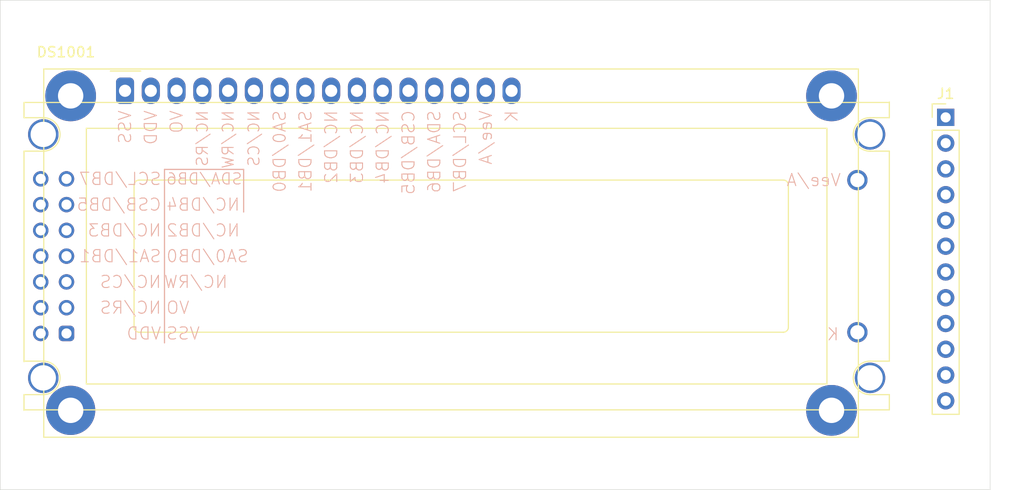
<source format=kicad_pcb>
(kicad_pcb (version 20171130) (host pcbnew "(5.1.9)-1")

  (general
    (thickness 1.6)
    (drawings 4)
    (tracks 0)
    (zones 0)
    (modules 2)
    (nets 29)
  )

  (page A4)
  (layers
    (0 F.Cu signal)
    (31 B.Cu signal)
    (32 B.Adhes user)
    (33 F.Adhes user)
    (34 B.Paste user)
    (35 F.Paste user)
    (36 B.SilkS user)
    (37 F.SilkS user)
    (38 B.Mask user)
    (39 F.Mask user)
    (40 Dwgs.User user)
    (41 Cmts.User user)
    (42 Eco1.User user)
    (43 Eco2.User user)
    (44 Edge.Cuts user)
    (45 Margin user)
    (46 B.CrtYd user)
    (47 F.CrtYd user)
    (48 B.Fab user)
    (49 F.Fab user)
  )

  (setup
    (last_trace_width 0.25)
    (trace_clearance 0.2)
    (zone_clearance 0.508)
    (zone_45_only no)
    (trace_min 0.2)
    (via_size 0.8)
    (via_drill 0.4)
    (via_min_size 0.4)
    (via_min_drill 0.3)
    (uvia_size 0.3)
    (uvia_drill 0.1)
    (uvias_allowed no)
    (uvia_min_size 0.2)
    (uvia_min_drill 0.1)
    (edge_width 0.05)
    (segment_width 0.2)
    (pcb_text_width 0.3)
    (pcb_text_size 1.5 1.5)
    (mod_edge_width 0.12)
    (mod_text_size 1 1)
    (mod_text_width 0.15)
    (pad_size 1.524 1.524)
    (pad_drill 0.762)
    (pad_to_mask_clearance 0)
    (aux_axis_origin 0 0)
    (visible_elements 7FFFFFFF)
    (pcbplotparams
      (layerselection 0x010fc_ffffffff)
      (usegerberextensions false)
      (usegerberattributes true)
      (usegerberadvancedattributes true)
      (creategerberjobfile true)
      (excludeedgelayer true)
      (linewidth 0.100000)
      (plotframeref false)
      (viasonmask false)
      (mode 1)
      (useauxorigin false)
      (hpglpennumber 1)
      (hpglpenspeed 20)
      (hpglpendiameter 15.000000)
      (psnegative false)
      (psa4output false)
      (plotreference true)
      (plotvalue true)
      (plotinvisibletext false)
      (padsonsilk false)
      (subtractmaskfromsilk false)
      (outputformat 1)
      (mirror false)
      (drillshape 1)
      (scaleselection 1)
      (outputdirectory ""))
  )

  (net 0 "")
  (net 1 "Net-(DS1001-Pad16)")
  (net 2 "Net-(DS1001-Pad15)")
  (net 3 "Net-(DS1001-Pad14)")
  (net 4 "Net-(DS1001-Pad13)")
  (net 5 "Net-(DS1001-Pad12)")
  (net 6 "Net-(DS1001-Pad11)")
  (net 7 "Net-(DS1001-Pad10)")
  (net 8 "Net-(DS1001-Pad9)")
  (net 9 "Net-(DS1001-Pad8)")
  (net 10 "Net-(DS1001-Pad7)")
  (net 11 "Net-(DS1001-Pad6)")
  (net 12 "Net-(DS1001-Pad5)")
  (net 13 "Net-(DS1001-Pad4)")
  (net 14 "Net-(DS1001-Pad3)")
  (net 15 "Net-(DS1001-Pad2)")
  (net 16 "Net-(DS1001-Pad1)")
  (net 17 "Net-(J1-Pad12)")
  (net 18 "Net-(J1-Pad11)")
  (net 19 "Net-(J1-Pad10)")
  (net 20 "Net-(J1-Pad9)")
  (net 21 "Net-(J1-Pad8)")
  (net 22 "Net-(J1-Pad7)")
  (net 23 "Net-(J1-Pad6)")
  (net 24 "Net-(J1-Pad5)")
  (net 25 "Net-(J1-Pad4)")
  (net 26 "Net-(J1-Pad3)")
  (net 27 "Net-(J1-Pad2)")
  (net 28 "Net-(J1-Pad1)")

  (net_class Default "This is the default net class."
    (clearance 0.2)
    (trace_width 0.25)
    (via_dia 0.8)
    (via_drill 0.4)
    (uvia_dia 0.3)
    (uvia_drill 0.1)
    (add_net "Net-(DS1001-Pad1)")
    (add_net "Net-(DS1001-Pad10)")
    (add_net "Net-(DS1001-Pad11)")
    (add_net "Net-(DS1001-Pad12)")
    (add_net "Net-(DS1001-Pad13)")
    (add_net "Net-(DS1001-Pad14)")
    (add_net "Net-(DS1001-Pad15)")
    (add_net "Net-(DS1001-Pad16)")
    (add_net "Net-(DS1001-Pad2)")
    (add_net "Net-(DS1001-Pad3)")
    (add_net "Net-(DS1001-Pad4)")
    (add_net "Net-(DS1001-Pad5)")
    (add_net "Net-(DS1001-Pad6)")
    (add_net "Net-(DS1001-Pad7)")
    (add_net "Net-(DS1001-Pad8)")
    (add_net "Net-(DS1001-Pad9)")
    (add_net "Net-(J1-Pad1)")
    (add_net "Net-(J1-Pad10)")
    (add_net "Net-(J1-Pad11)")
    (add_net "Net-(J1-Pad12)")
    (add_net "Net-(J1-Pad2)")
    (add_net "Net-(J1-Pad3)")
    (add_net "Net-(J1-Pad4)")
    (add_net "Net-(J1-Pad5)")
    (add_net "Net-(J1-Pad6)")
    (add_net "Net-(J1-Pad7)")
    (add_net "Net-(J1-Pad8)")
    (add_net "Net-(J1-Pad9)")
  )

  (module kibom-variant_4:LCD_16x02_Dual (layer F.Cu) (tedit 6196A90B) (tstamp 6195F03F)
    (at 110.875 43.1)
    (descr "LCD 16x2 https://cdn.sos.sk/productdata/09/7a/99ae5821/wh1602b3-sll-cwv.pdf http://www.buydisplay.com/download/manual/ERM1602-2.1_Datasheet.pdf")
    (tags "LCD 16x2 Alphanumeric 16pin http://www.buydisplay.com/download/manual/ERM1602-2.1_Datasheet.pdf")
    (path /61958928)
    (fp_text reference DS1001 (at -5.82 -3.81) (layer F.SilkS)
      (effects (font (size 1 1) (thickness 0.15)))
    )
    (fp_text value **Val (at -4.31 34.66) (layer F.Fab)
      (effects (font (size 1 1) (thickness 0.15)))
    )
    (fp_line (start 11.69 11.95) (end 11.69 7.75) (layer B.SilkS) (width 0.12))
    (fp_line (start 3.89 7.75) (end 11.69 7.75) (layer B.SilkS) (width 0.12))
    (fp_line (start 3.89 7.75) (end 3.89 24.85) (layer B.SilkS) (width 0.12))
    (fp_line (start 72.14 8.8) (end 75.14 8.8) (layer Dwgs.User) (width 0.12))
    (fp_line (start 75.34 5.95) (end 75.34 26.65) (layer F.SilkS) (width 0.12))
    (fp_line (start 75.34 29.95) (end 75.34 31.45) (layer F.SilkS) (width 0.12))
    (fp_line (start -9.96 5.949084) (end -9.96 26.7) (layer F.SilkS) (width 0.12))
    (fp_line (start 75.34 5.95) (end 73.44 5.95) (layer F.SilkS) (width 0.12))
    (fp_line (start 75.34 2.65) (end 73.44 2.65) (layer F.SilkS) (width 0.12))
    (fp_line (start -9.96 29.95) (end -8.06 29.95) (layer F.SilkS) (width 0.12))
    (fp_line (start -9.96 29.95) (end -9.96 31.5) (layer F.SilkS) (width 0.12))
    (fp_line (start -9.96 1.15) (end 75.34 1.15) (layer F.SilkS) (width 0.12))
    (fp_line (start -9.96 31.45) (end 75.34 31.45) (layer F.SilkS) (width 0.12))
    (fp_line (start -9.96 1.15) (end -9.96 2.65) (layer F.SilkS) (width 0.12))
    (fp_line (start 75.34 1.1) (end 75.34 2.65) (layer F.SilkS) (width 0.12))
    (fp_line (start -7.86 34) (end -7.86 -2) (layer F.Fab) (width 0.1))
    (fp_line (start 72.14 34) (end -7.86 34) (layer F.Fab) (width 0.1))
    (fp_line (start 72.14 -2) (end 72.14 34) (layer F.Fab) (width 0.1))
    (fp_line (start -7.86 -2) (end 72.14 -2) (layer F.Fab) (width 0.1))
    (fp_line (start -3.81 28.9) (end -3.81 3.7) (layer F.SilkS) (width 0.12))
    (fp_line (start 69.19 28.9) (end -3.81 28.9) (layer F.SilkS) (width 0.12))
    (fp_line (start 69.19 3.7) (end 69.19 28.9) (layer F.SilkS) (width 0.12))
    (fp_line (start -3.81 3.7) (end 69.19 3.7) (layer F.SilkS) (width 0.12))
    (fp_line (start 65.39 9.3) (end 65.39 23.3) (layer F.SilkS) (width 0.12))
    (fp_line (start 64.89066 23.8) (end 1.39 23.8) (layer F.SilkS) (width 0.12))
    (fp_line (start 0.88962 23.2997) (end 0.88962 9.30038) (layer F.SilkS) (width 0.12))
    (fp_line (start 1.39 8.8) (end 64.89 8.8) (layer F.SilkS) (width 0.12))
    (fp_line (start 0 -1) (end -1 -2) (layer F.Fab) (width 0.1))
    (fp_line (start 1 -2) (end 0 -1) (layer F.Fab) (width 0.1))
    (fp_line (start -8.11 -2.25) (end 72.39 -2.25) (layer F.CrtYd) (width 0.05))
    (fp_line (start -1.45 -1.95) (end 1.55 -1.95) (layer F.SilkS) (width 0.12))
    (fp_line (start 72.39 31.55) (end 72.39 34.25) (layer F.CrtYd) (width 0.05))
    (fp_line (start -8.11 34.25) (end 72.39 34.25) (layer F.CrtYd) (width 0.05))
    (fp_line (start -8.11 31.55) (end -8.11 34.25) (layer F.CrtYd) (width 0.05))
    (fp_line (start -8.01 -2.15) (end 72.29 -2.15) (layer F.SilkS) (width 0.12))
    (fp_line (start -8.01 -2.15) (end -8.01 34.15) (layer F.SilkS) (width 0.12))
    (fp_line (start 72.29 34.15) (end 72.29 -2.15) (layer F.SilkS) (width 0.12))
    (fp_line (start -8 34.15) (end 72.29 34.15) (layer F.SilkS) (width 0.12))
    (fp_line (start 69.05 28.8) (end -3.95 3.8) (layer Dwgs.User) (width 0.12))
    (fp_line (start -3.95 28.8) (end 69.05 3.8) (layer Dwgs.User) (width 0.12))
    (fp_line (start 32.55 16.3) (end 32.55 21.3) (layer Dwgs.User) (width 0.12))
    (fp_line (start 27.55 16.3) (end 32.55 16.3) (layer Dwgs.User) (width 0.12))
    (fp_line (start 32.55 16.3) (end 37.55 16.3) (layer Dwgs.User) (width 0.12))
    (fp_line (start 32.55 16.3) (end 32.55 11.3) (layer Dwgs.User) (width 0.12))
    (fp_line (start 32.69 1.3) (end -9.81 1.3) (layer F.Fab) (width 0.12))
    (fp_line (start 75.19 1.3) (end 32.69 1.3) (layer F.Fab) (width 0.12))
    (fp_line (start 75.19 1.3) (end 75.19 31.3) (layer F.Fab) (width 0.12))
    (fp_line (start -9.81 31.3) (end -9.81 1.3) (layer F.Fab) (width 0.12))
    (fp_line (start -9.81 31.3) (end 75.19 31.3) (layer F.Fab) (width 0.12))
    (fp_line (start -9.81 8.675) (end -8.31 8.675) (layer Dwgs.User) (width 0.12))
    (fp_line (start -8.31 23.92) (end -8.31 8.68) (layer Dwgs.User) (width 0.12))
    (fp_line (start -8.31 23.92) (end -8.31 31.3) (layer Dwgs.User) (width 0.12))
    (fp_line (start -8.31 1.295) (end -8.31 8.675) (layer Dwgs.User) (width 0.12))
    (fp_line (start -9.81 4.3) (end -8.06 4.3) (layer Dwgs.User) (width 0.12))
    (fp_line (start 73.44 4.25) (end -8.06 4.25) (layer Dwgs.User) (width 0.12))
    (fp_line (start 72.39 31.55) (end 75.44 31.55) (layer F.CrtYd) (width 0.05))
    (fp_line (start 75.44 1.05) (end 75.44 31.55) (layer F.CrtYd) (width 0.05))
    (fp_line (start 75.44 1.05) (end 72.39 1.05) (layer F.CrtYd) (width 0.05))
    (fp_line (start 72.39 -2.25) (end 72.39 1.05) (layer F.CrtYd) (width 0.05))
    (fp_line (start -8.11 -2.25) (end -8.11 1.05) (layer F.CrtYd) (width 0.05))
    (fp_line (start -8.11 31.55) (end -10.06 31.55) (layer F.CrtYd) (width 0.05))
    (fp_line (start -10.06 1.05) (end -10.06 31.55) (layer F.CrtYd) (width 0.05))
    (fp_line (start -10.06 1.05) (end -8.11 1.05) (layer F.CrtYd) (width 0.05))
    (fp_line (start -6.56 23.05) (end -4.81 23.05) (layer F.Fab) (width 0.5))
    (fp_line (start -6.56 23.55) (end -4.81 23.55) (layer F.Fab) (width 0.5))
    (fp_line (start -6.56 24.05) (end -4.81 24.05) (layer F.Fab) (width 0.5))
    (fp_line (start -6.56 24.55) (end -4.81 24.55) (layer F.Fab) (width 0.5))
    (fp_line (start -6.56 24.8) (end -4.81 24.8) (layer F.Fab) (width 0.5))
    (fp_line (start -4.81 23.05) (end -4.81 24.8) (layer F.Fab) (width 0.5))
    (fp_line (start -6.56 23.05) (end -6.56 24.8) (layer F.Fab) (width 0.5))
    (fp_line (start -7.86 29.65) (end -7.86 31.3) (layer Dwgs.User) (width 0.12))
    (fp_line (start -8.11 28.3) (end -8.11 31.3) (layer Dwgs.User) (width 0.12))
    (fp_line (start -9.96 26.65) (end -8.06 26.65) (layer F.SilkS) (width 0.12))
    (fp_line (start -8.00503 5.949084) (end -9.96 5.949084) (layer F.SilkS) (width 0.12))
    (fp_line (start -8.06 2.65) (end -9.96 2.65) (layer F.SilkS) (width 0.12))
    (fp_line (start 73.44 26.65) (end 75.34 26.65) (layer F.SilkS) (width 0.12))
    (fp_line (start 75.34 29.95) (end 73.44 29.95) (layer F.SilkS) (width 0.12))
    (fp_line (start -7.86 0) (end 0 0) (layer Dwgs.User) (width 0.1))
    (fp_line (start -0.14 0) (end 32.55 16.3) (layer Dwgs.User) (width 0.12))
    (fp_line (start 72.14 8.8) (end 72.14 1.3) (layer Dwgs.User) (width 0.12))
    (fp_line (start -5.77 8.68) (end -8.31 8.68) (layer Dwgs.User) (width 0.12))
    (fp_text user NC/RS (at 3.64 21.379995 180) (layer B.SilkS)
      (effects (font (size 1.2 1.2) (thickness 0.1)) (justify left mirror))
    )
    (fp_text user VSS (at 7.447143 23.92 180) (layer B.SilkS)
      (effects (font (size 1.2 1.2) (thickness 0.1)) (justify left mirror))
    )
    (fp_text user NC/RW (at 10.19 18.84 180) (layer B.SilkS)
      (effects (font (size 1.2 1.2) (thickness 0.1)) (justify left mirror))
    )
    (fp_text user NC/CS (at 3.64 18.839996 180) (layer B.SilkS)
      (effects (font (size 1.2 1.2) (thickness 0.1)) (justify left mirror))
    )
    (fp_text user SA0/DB0 (at 12.247143 16.3 180) (layer B.SilkS)
      (effects (font (size 1.2 1.2) (thickness 0.1)) (justify left mirror))
    )
    (fp_text user VDD (at 3.64 23.919997 180) (layer B.SilkS)
      (effects (font (size 1.2 1.2) (thickness 0.1)) (justify left mirror))
    )
    (fp_text user VO (at 6.418571 21.38 180) (layer B.SilkS)
      (effects (font (size 1.2 1.2) (thickness 0.1)) (justify left mirror))
    )
    (fp_text user SDA/DB6 (at 11.623333 8.68 180) (layer B.SilkS)
      (effects (font (size 1.1 1.1) (thickness 0.1)) (justify left mirror))
    )
    (fp_text user SCL/DB7 (at 3.64 8.68 180) (layer B.SilkS)
      (effects (font (size 1.2 1.2) (thickness 0.1)) (justify left mirror))
    )
    (fp_text user K (at 70.44 24 180) (layer B.SilkS)
      (effects (font (size 1.2 1.2) (thickness 0.1)) (justify left mirror))
    )
    (fp_text user SA1/DB1 (at 3.64 16.299997 180) (layer B.SilkS)
      (effects (font (size 1.2 1.2) (thickness 0.1)) (justify left mirror))
    )
    (fp_text user NC/DB4 (at 11.39 11.22 180) (layer B.SilkS)
      (effects (font (size 1.2 1.2) (thickness 0.1)) (justify left mirror))
    )
    (fp_text user NC/DB2 (at 11.39 13.76 180) (layer B.SilkS)
      (effects (font (size 1.2 1.2) (thickness 0.1)) (justify left mirror))
    )
    (fp_text user NC/DB3 (at 3.64 13.759998 180) (layer B.SilkS)
      (effects (font (size 1.2 1.2) (thickness 0.1)) (justify left mirror))
    )
    (fp_text user CSB/DB5 (at 3.64 11.219999 180) (layer B.SilkS)
      (effects (font (size 1.2 1.2) (thickness 0.1)) (justify left mirror))
    )
    (fp_text user Vee/A (at 70.64 8.8 180) (layer B.SilkS)
      (effects (font (size 1.2 1.2) (thickness 0.1)) (justify left mirror))
    )
    (fp_arc (start 1.39 9.30038) (end 0.88962 9.30038) (angle 90) (layer F.SilkS) (width 0.12))
    (fp_arc (start 1.39 23.29962) (end 1.39 23.8) (angle 90) (layer F.SilkS) (width 0.12))
    (fp_arc (start 64.89066 23.29932) (end 65.39104 23.29932) (angle 90) (layer F.SilkS) (width 0.12))
    (fp_arc (start 64.89 9.3) (end 64.89 8.8) (angle 90) (layer F.SilkS) (width 0.12))
    (fp_text user %R (at 30.37 14.74) (layer F.Fab)
      (effects (font (size 1 1) (thickness 0.1)))
    )
    (fp_arc (start -8.06 28.3) (end -8.06 26.65) (angle 180) (layer F.SilkS) (width 0.12))
    (fp_arc (start -8.06 4.3) (end -8.06 2.65) (angle 178.0908291) (layer F.SilkS) (width 0.12))
    (fp_arc (start 73.44 4.3) (end 73.44 5.95) (angle 180) (layer F.SilkS) (width 0.12))
    (fp_arc (start 73.44 28.3) (end 73.44 29.95) (angle 180) (layer F.SilkS) (width 0.12))
    (fp_text user "Offset: 32.55,16.3" (at 39.2 15.05) (layer Dwgs.User)
      (effects (font (size 1 1) (thickness 0.15)))
    )
    (fp_text user VSS (at 0 1.85 90) (layer B.SilkS)
      (effects (font (size 1.2 1.2) (thickness 0.1)) (justify left mirror))
    )
    (fp_text user VDD (at 2.54 1.85 90) (layer B.SilkS)
      (effects (font (size 1.2 1.2) (thickness 0.1)) (justify left mirror))
    )
    (fp_text user VO (at 5.08 1.85 90) (layer B.SilkS)
      (effects (font (size 1.2 1.2) (thickness 0.1)) (justify left mirror))
    )
    (fp_text user NC/RS (at 7.62 1.85 90) (layer B.SilkS)
      (effects (font (size 1.1 1.1) (thickness 0.1)) (justify left mirror))
    )
    (fp_text user NC/RW (at 10.16 1.85 90) (layer B.SilkS)
      (effects (font (size 1.1 1.1) (thickness 0.1)) (justify left mirror))
    )
    (fp_text user NC/CS (at 12.7 1.85 90) (layer B.SilkS)
      (effects (font (size 1.1 1.1) (thickness 0.1)) (justify left mirror))
    )
    (fp_text user SA0/DB0 (at 15.24 1.85 90) (layer B.SilkS)
      (effects (font (size 1.2 1.2) (thickness 0.1)) (justify left mirror))
    )
    (fp_text user SA1/DB1 (at 17.78 1.85 90) (layer B.SilkS)
      (effects (font (size 1.2 1.2) (thickness 0.1)) (justify left mirror))
    )
    (fp_text user NC/DB2 (at 20.32 1.85 90) (layer B.SilkS)
      (effects (font (size 1.2 1.2) (thickness 0.1)) (justify left mirror))
    )
    (fp_text user NC/DB3 (at 22.86 1.85 90) (layer B.SilkS)
      (effects (font (size 1.2 1.2) (thickness 0.1)) (justify left mirror))
    )
    (fp_text user NC/DB4 (at 25.4 1.85 90) (layer B.SilkS)
      (effects (font (size 1.2 1.2) (thickness 0.1)) (justify left mirror))
    )
    (fp_text user CSB/DB5 (at 27.94 1.85 90) (layer B.SilkS)
      (effects (font (size 1.2 1.2) (thickness 0.1)) (justify left mirror))
    )
    (fp_text user SDA/DB6 (at 30.48 1.85 90) (layer B.SilkS)
      (effects (font (size 1.2 1.2) (thickness 0.1)) (justify left mirror))
    )
    (fp_text user SCL/DB7 (at 33.02 1.85 90) (layer B.SilkS)
      (effects (font (size 1.2 1.2) (thickness 0.1)) (justify left mirror))
    )
    (fp_text user Vee/A (at 35.56 1.85 270) (layer B.SilkS)
      (effects (font (size 1.2 1.2) (thickness 0.1)) (justify left mirror))
    )
    (fp_text user K (at 38.1 1.85 90) (layer B.SilkS)
      (effects (font (size 1.2 1.2) (thickness 0.1)) (justify left mirror))
    )
    (pad "" thru_hole circle (at 69.64 0.5) (size 5 5) (drill 2.5) (layers *.Cu *.Mask))
    (pad "" thru_hole circle (at 69.64 31.5) (size 5 5) (drill 2.5) (layers *.Cu *.Mask))
    (pad "" thru_hole circle (at -5.36 31.5) (size 4.85 4.85) (drill 2.5) (layers *.Cu *.Mask)
      (clearance 0.25))
    (pad "" thru_hole circle (at -5.36 0.5) (size 5 5) (drill 2.5) (layers *.Cu *.Mask))
    (pad 16 thru_hole oval (at 38.1 0) (size 1.78 2.6) (drill 1.2) (layers *.Cu *.Mask)
      (net 1 "Net-(DS1001-Pad16)"))
    (pad 15 thru_hole oval (at 35.56 0) (size 1.78 2.6) (drill 1.2) (layers *.Cu *.Mask)
      (net 2 "Net-(DS1001-Pad15)"))
    (pad 14 thru_hole oval (at 33.02 0) (size 1.78 2.6) (drill 1.2) (layers *.Cu *.Mask)
      (net 3 "Net-(DS1001-Pad14)"))
    (pad 13 thru_hole oval (at 30.48 0) (size 1.78 2.6) (drill 1.2) (layers *.Cu *.Mask)
      (net 4 "Net-(DS1001-Pad13)"))
    (pad 12 thru_hole oval (at 27.94 0) (size 1.78 2.6) (drill 1.2) (layers *.Cu *.Mask)
      (net 5 "Net-(DS1001-Pad12)"))
    (pad 11 thru_hole oval (at 25.4 0) (size 1.78 2.6) (drill 1.2) (layers *.Cu *.Mask)
      (net 6 "Net-(DS1001-Pad11)"))
    (pad 10 thru_hole oval (at 22.86 0) (size 1.78 2.6) (drill 1.2) (layers *.Cu *.Mask)
      (net 7 "Net-(DS1001-Pad10)"))
    (pad 9 thru_hole oval (at 20.32 0) (size 1.78 2.6) (drill 1.2) (layers *.Cu *.Mask)
      (net 8 "Net-(DS1001-Pad9)"))
    (pad 8 thru_hole oval (at 17.78 0) (size 1.78 2.6) (drill 1.2) (layers *.Cu *.Mask)
      (net 9 "Net-(DS1001-Pad8)"))
    (pad 7 thru_hole oval (at 15.24 0) (size 1.78 2.6) (drill 1.2) (layers *.Cu *.Mask)
      (net 10 "Net-(DS1001-Pad7)"))
    (pad 6 thru_hole oval (at 12.7 0) (size 1.78 2.6) (drill 1.2) (layers *.Cu *.Mask)
      (net 11 "Net-(DS1001-Pad6)"))
    (pad 5 thru_hole oval (at 10.16 0) (size 1.78 2.6) (drill 1.2) (layers *.Cu *.Mask)
      (net 12 "Net-(DS1001-Pad5)"))
    (pad 4 thru_hole oval (at 7.62 0) (size 1.78 2.6) (drill 1.2) (layers *.Cu *.Mask)
      (net 13 "Net-(DS1001-Pad4)"))
    (pad 3 thru_hole oval (at 5.08 0) (size 1.78 2.6) (drill 1.2) (layers *.Cu *.Mask)
      (net 14 "Net-(DS1001-Pad3)"))
    (pad 2 thru_hole oval (at 2.54 0) (size 1.78 2.6) (drill 1.2) (layers *.Cu *.Mask)
      (net 15 "Net-(DS1001-Pad2)"))
    (pad 1 thru_hole roundrect (at 0 0) (size 1.78 2.6) (drill 1.2) (layers *.Cu *.Mask) (roundrect_rratio 0.25)
      (net 16 "Net-(DS1001-Pad1)"))
    (pad 6 thru_hole circle (at -8.31 18.84) (size 1.52 1.52) (drill 1) (layers *.Cu *.Mask)
      (net 11 "Net-(DS1001-Pad6)"))
    (pad 8 thru_hole circle (at -8.31 16.3) (size 1.52 1.52) (drill 1) (layers *.Cu *.Mask)
      (net 9 "Net-(DS1001-Pad8)"))
    (pad 4 thru_hole circle (at -8.31 21.38) (size 1.52 1.52) (drill 1) (layers *.Cu *.Mask)
      (net 13 "Net-(DS1001-Pad4)"))
    (pad 2 thru_hole circle (at -8.31 23.92) (size 1.52 1.52) (drill 1) (layers *.Cu *.Mask)
      (net 15 "Net-(DS1001-Pad2)"))
    (pad 7 thru_hole circle (at -5.77 16.3) (size 1.52 1.52) (drill 1) (layers *.Cu *.Mask)
      (net 10 "Net-(DS1001-Pad7)"))
    (pad 5 thru_hole circle (at -5.77 18.84) (size 1.52 1.52) (drill 1) (layers *.Cu *.Mask)
      (net 12 "Net-(DS1001-Pad5)"))
    (pad 3 thru_hole circle (at -5.77 21.38) (size 1.52 1.52) (drill 1) (layers *.Cu *.Mask)
      (net 14 "Net-(DS1001-Pad3)"))
    (pad 12 thru_hole circle (at -8.31 11.22) (size 1.52 1.52) (drill 1) (layers *.Cu *.Mask)
      (net 5 "Net-(DS1001-Pad12)"))
    (pad 14 thru_hole circle (at -8.31 8.68) (size 1.52 1.52) (drill 1) (layers *.Cu *.Mask)
      (net 3 "Net-(DS1001-Pad14)"))
    (pad 1 thru_hole roundrect (at -5.77 23.92) (size 1.52 1.52) (drill 1) (layers *.Cu *.Mask) (roundrect_rratio 0.25)
      (net 16 "Net-(DS1001-Pad1)"))
    (pad 9 thru_hole circle (at -5.77 13.76) (size 1.52 1.52) (drill 1) (layers *.Cu *.Mask)
      (net 8 "Net-(DS1001-Pad9)"))
    (pad 11 thru_hole circle (at -5.77 11.22) (size 1.52 1.52) (drill 1) (layers *.Cu *.Mask)
      (net 6 "Net-(DS1001-Pad11)"))
    (pad 13 thru_hole circle (at -5.77 8.68) (size 1.52 1.52) (drill 1) (layers *.Cu *.Mask)
      (net 4 "Net-(DS1001-Pad13)"))
    (pad 15 thru_hole circle (at 72.19 8.8) (size 2 2) (drill 1.4) (layers *.Cu *.Mask)
      (net 2 "Net-(DS1001-Pad15)"))
    (pad 16 thru_hole circle (at 72.19 23.8) (size 2 2) (drill 1.4) (layers *.Cu *.Mask)
      (net 1 "Net-(DS1001-Pad16)"))
    (pad 10 thru_hole circle (at -8.31 13.76) (size 1.52 1.52) (drill 1) (layers *.Cu *.Mask)
      (net 7 "Net-(DS1001-Pad10)"))
    (pad "" thru_hole circle (at 73.44 4.3) (size 3 3) (drill 2.5) (layers *.Cu *.Mask))
    (pad "" thru_hole circle (at 73.44 28.3) (size 3 3) (drill 2.5) (layers *.Cu *.Mask))
    (pad "" thru_hole circle (at -8.06 4.3) (size 3 3) (drill 2.5) (layers *.Cu *.Mask))
    (pad "" thru_hole circle (at -8.06 28.3) (size 3 3) (drill 2.5) (layers *.Cu *.Mask)
      (clearance 0.25))
    (model ${KISYS3DMOD}/Display.3dshapes/WC1602A.wrls
      (at (xyz 0 0 0))
      (scale (xyz 1 1 1))
      (rotate (xyz 0 0 0))
    )
    (model ${KISYS3DMOD}/Connector_PinHeader_2.54mm.3dshapes/PinHeader_2x07_P2.54mm_Vertical.wrl
      (offset (xyz -8.465 -8.699999999999999 0))
      (scale (xyz 1 1 1))
      (rotate (xyz 0 0 0))
    )
    (model ${KISYS3DMOD}/Connector_PinHeader_2.54mm.3dshapes/PinHeader_1x16_P2.54mm_Vertical.wrl
      (offset (xyz 0 0 4.2))
      (scale (xyz 1 1 1))
      (rotate (xyz 180 0 90))
    )
    (model ${KISYS3DMOD}/Connector_PinHeader_2.54mm.3dshapes/PinHeader_1x01_P2.54mm_Vertical.wrl
      (offset (xyz 72.05 -8.800000000000001 4.4))
      (scale (xyz 1 1 1))
      (rotate (xyz 180 0 0))
    )
    (model ${KISYS3DMOD}/Connector_PinHeader_2.54mm.3dshapes/PinHeader_1x01_P2.54mm_Vertical.wrl
      (offset (xyz 72.05 -23.8 0))
      (scale (xyz 1 1 1))
      (rotate (xyz 0 0 0))
    )
    (model "${KIPRJMOD}/steps/3Dcomponent.3dshapes/User Library-AC162A.STEPx"
      (offset (xyz 32.5 -16.25 4.9))
      (scale (xyz 1 1 1))
      (rotate (xyz 90 0 0))
    )
    (model "${KIPRJMOD}/steps/3Dcomponent.3dshapes/User Library-MT16S2J.STEPx"
      (offset (xyz 32 -16.3 4.9))
      (scale (xyz 1 1 1))
      (rotate (xyz 90 0 0))
    )
    (model ${KIPRJMOD}/steps/WH1602B-TMI-JT#.step
      (at (xyz 0 0 0))
      (scale (xyz 1 1 1))
      (rotate (xyz 0 0 0))
    )
    (model ${KIPRJMOD}/steps/ERM1602DNS-2.1.step
      (offset (xyz -8.48 -8.699999999999999 0))
      (scale (xyz 1 1 1))
      (rotate (xyz 0 0 0))
    )
    (model ${KISYS3DMOD}/Connector_PinHeader_2.54mm.3dshapes/PinHeader_2x07_P2.54mm_Vertical%leftvariant%.wrl
      (offset (xyz -8.465 -8.699999999999999 0))
      (scale (xyz 1 1 1))
      (rotate (xyz 0 0 0))
    )
    (model ${KISYS3DMOD}/Connector_PinHeader_2.54mm.3dshapes/PinHeader_1x16_P2.54mm_Vertical%topvariant%.wrl
      (offset (xyz 0 0 4.2))
      (scale (xyz 1 1 1))
      (rotate (xyz 180 0 90))
    )
    (model ${KISYS3DMOD}/Connector_PinHeader_2.54mm.3dshapes/PinHeader_1x01_P2.54mm_Vertical%leftvariant%.wrl
      (offset (xyz 72.05 -8.800000000000001 4.4))
      (scale (xyz 1 1 1))
      (rotate (xyz 180 0 0))
    )
    (model ${KISYS3DMOD}/Connector_PinHeader_2.54mm.3dshapes/PinHeader_1x01_P2.54mm_Vertical%leftvariant%.wrl
      (offset (xyz 72.05 -23.8 0))
      (scale (xyz 1 1 1))
      (rotate (xyz 0 0 0))
    )
    (model ${KIPRJMOD}/steps/WH1602B-TMI-JT#%topvariant%.step
      (at (xyz 0 0 0))
      (scale (xyz 1 1 1))
      (rotate (xyz 0 0 0))
    )
    (model ${KIPRJMOD}/steps/ERM1602DNS-2.1%leftvariant%.step
      (offset (xyz -8.48 -8.699999999999999 0))
      (scale (xyz 1 1 1))
      (rotate (xyz 0 0 0))
    )
  )

  (module Connector_PinHeader_2.54mm:PinHeader_1x12_P2.54mm_Vertical (layer F.Cu) (tedit 59FED5CC) (tstamp 6196A985)
    (at 191.77 45.72)
    (descr "Through hole straight pin header, 1x12, 2.54mm pitch, single row")
    (tags "Through hole pin header THT 1x12 2.54mm single row")
    (path /6196B4C4)
    (fp_text reference J1 (at 0 -2.33) (layer F.SilkS)
      (effects (font (size 1 1) (thickness 0.15)))
    )
    (fp_text value Conn_01x12_Female (at 0 30.27) (layer F.Fab)
      (effects (font (size 1 1) (thickness 0.15)))
    )
    (fp_line (start 1.8 -1.8) (end -1.8 -1.8) (layer F.CrtYd) (width 0.05))
    (fp_line (start 1.8 29.75) (end 1.8 -1.8) (layer F.CrtYd) (width 0.05))
    (fp_line (start -1.8 29.75) (end 1.8 29.75) (layer F.CrtYd) (width 0.05))
    (fp_line (start -1.8 -1.8) (end -1.8 29.75) (layer F.CrtYd) (width 0.05))
    (fp_line (start -1.33 -1.33) (end 0 -1.33) (layer F.SilkS) (width 0.12))
    (fp_line (start -1.33 0) (end -1.33 -1.33) (layer F.SilkS) (width 0.12))
    (fp_line (start -1.33 1.27) (end 1.33 1.27) (layer F.SilkS) (width 0.12))
    (fp_line (start 1.33 1.27) (end 1.33 29.27) (layer F.SilkS) (width 0.12))
    (fp_line (start -1.33 1.27) (end -1.33 29.27) (layer F.SilkS) (width 0.12))
    (fp_line (start -1.33 29.27) (end 1.33 29.27) (layer F.SilkS) (width 0.12))
    (fp_line (start -1.27 -0.635) (end -0.635 -1.27) (layer F.Fab) (width 0.1))
    (fp_line (start -1.27 29.21) (end -1.27 -0.635) (layer F.Fab) (width 0.1))
    (fp_line (start 1.27 29.21) (end -1.27 29.21) (layer F.Fab) (width 0.1))
    (fp_line (start 1.27 -1.27) (end 1.27 29.21) (layer F.Fab) (width 0.1))
    (fp_line (start -0.635 -1.27) (end 1.27 -1.27) (layer F.Fab) (width 0.1))
    (fp_text user %R (at 0 13.97 90) (layer F.Fab)
      (effects (font (size 1 1) (thickness 0.15)))
    )
    (pad 12 thru_hole oval (at 0 27.94) (size 1.7 1.7) (drill 1) (layers *.Cu *.Mask)
      (net 17 "Net-(J1-Pad12)"))
    (pad 11 thru_hole oval (at 0 25.4) (size 1.7 1.7) (drill 1) (layers *.Cu *.Mask)
      (net 18 "Net-(J1-Pad11)"))
    (pad 10 thru_hole oval (at 0 22.86) (size 1.7 1.7) (drill 1) (layers *.Cu *.Mask)
      (net 19 "Net-(J1-Pad10)"))
    (pad 9 thru_hole oval (at 0 20.32) (size 1.7 1.7) (drill 1) (layers *.Cu *.Mask)
      (net 20 "Net-(J1-Pad9)"))
    (pad 8 thru_hole oval (at 0 17.78) (size 1.7 1.7) (drill 1) (layers *.Cu *.Mask)
      (net 21 "Net-(J1-Pad8)"))
    (pad 7 thru_hole oval (at 0 15.24) (size 1.7 1.7) (drill 1) (layers *.Cu *.Mask)
      (net 22 "Net-(J1-Pad7)"))
    (pad 6 thru_hole oval (at 0 12.7) (size 1.7 1.7) (drill 1) (layers *.Cu *.Mask)
      (net 23 "Net-(J1-Pad6)"))
    (pad 5 thru_hole oval (at 0 10.16) (size 1.7 1.7) (drill 1) (layers *.Cu *.Mask)
      (net 24 "Net-(J1-Pad5)"))
    (pad 4 thru_hole oval (at 0 7.62) (size 1.7 1.7) (drill 1) (layers *.Cu *.Mask)
      (net 25 "Net-(J1-Pad4)"))
    (pad 3 thru_hole oval (at 0 5.08) (size 1.7 1.7) (drill 1) (layers *.Cu *.Mask)
      (net 26 "Net-(J1-Pad3)"))
    (pad 2 thru_hole oval (at 0 2.54) (size 1.7 1.7) (drill 1) (layers *.Cu *.Mask)
      (net 27 "Net-(J1-Pad2)"))
    (pad 1 thru_hole rect (at 0 0) (size 1.7 1.7) (drill 1) (layers *.Cu *.Mask)
      (net 28 "Net-(J1-Pad1)"))
    (model ${KISYS3DMOD}/Connector_PinHeader_2.54mm.3dshapes/PinHeader_1x12_P2.54mm_Vertical.wrl
      (at (xyz 0 0 0))
      (scale (xyz 1 1 1))
      (rotate (xyz 0 0 0))
    )
  )

  (gr_line (start 98.575 82.425) (end 98.575 34.175) (layer Edge.Cuts) (width 0.05))
  (gr_line (start 196.15 82.425) (end 98.575 82.425) (layer Edge.Cuts) (width 0.05))
  (gr_line (start 196.15 34.175) (end 196.15 82.425) (layer Edge.Cuts) (width 0.05))
  (gr_line (start 98.575 34.175) (end 196.15 34.175) (layer Edge.Cuts) (width 0.05))

)

</source>
